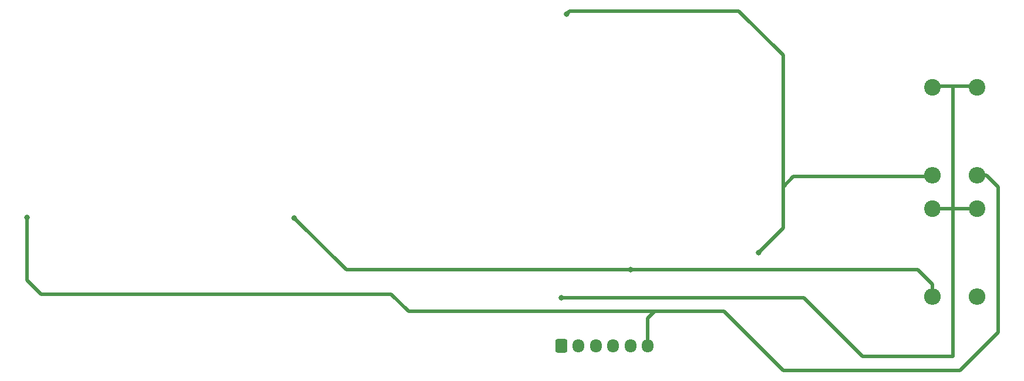
<source format=gbr>
%TF.GenerationSoftware,KiCad,Pcbnew,(6.0.4)*%
%TF.CreationDate,2022-08-01T12:40:21+02:00*%
%TF.ProjectId,MHS_Mobile_Hardware_Sampler_V3,4d48535f-4d6f-4626-996c-655f48617264,rev?*%
%TF.SameCoordinates,Original*%
%TF.FileFunction,Copper,L2,Bot*%
%TF.FilePolarity,Positive*%
%FSLAX46Y46*%
G04 Gerber Fmt 4.6, Leading zero omitted, Abs format (unit mm)*
G04 Created by KiCad (PCBNEW (6.0.4)) date 2022-08-01 12:40:21*
%MOMM*%
%LPD*%
G01*
G04 APERTURE LIST*
G04 Aperture macros list*
%AMRoundRect*
0 Rectangle with rounded corners*
0 $1 Rounding radius*
0 $2 $3 $4 $5 $6 $7 $8 $9 X,Y pos of 4 corners*
0 Add a 4 corners polygon primitive as box body*
4,1,4,$2,$3,$4,$5,$6,$7,$8,$9,$2,$3,0*
0 Add four circle primitives for the rounded corners*
1,1,$1+$1,$2,$3*
1,1,$1+$1,$4,$5*
1,1,$1+$1,$6,$7*
1,1,$1+$1,$8,$9*
0 Add four rect primitives between the rounded corners*
20,1,$1+$1,$2,$3,$4,$5,0*
20,1,$1+$1,$4,$5,$6,$7,0*
20,1,$1+$1,$6,$7,$8,$9,0*
20,1,$1+$1,$8,$9,$2,$3,0*%
G04 Aperture macros list end*
%TA.AperFunction,ComponentPad*%
%ADD10C,2.400000*%
%TD*%
%TA.AperFunction,ComponentPad*%
%ADD11O,2.400000X2.400000*%
%TD*%
%TA.AperFunction,ComponentPad*%
%ADD12RoundRect,0.250000X-0.600000X-0.725000X0.600000X-0.725000X0.600000X0.725000X-0.600000X0.725000X0*%
%TD*%
%TA.AperFunction,ComponentPad*%
%ADD13O,1.700000X1.950000*%
%TD*%
%TA.AperFunction,ViaPad*%
%ADD14C,0.800000*%
%TD*%
%TA.AperFunction,Conductor*%
%ADD15C,0.500000*%
%TD*%
G04 APERTURE END LIST*
D10*
%TO.P,R4,1*%
%TO.N,Net-(J?3=FSR4;6=FSR1-Pad1)*%
X210500000Y-136150000D03*
D11*
%TO.P,R4,2*%
%TO.N,Net-(H14-Pad1)*%
X210500000Y-148850000D03*
%TD*%
D10*
%TO.P,R1,1*%
%TO.N,Net-(J?3=FSR4;6=FSR1-Pad1)*%
X204000000Y-118650000D03*
D11*
%TO.P,R1,2*%
%TO.N,Net-(H13-Pad1)*%
X204000000Y-131350000D03*
%TD*%
D12*
%TO.P,J?3=FSR4;6=FSR1,1,1*%
%TO.N,Net-(J?3=FSR4;6=FSR1-Pad1)*%
X150500000Y-156000000D03*
D13*
%TO.P,J?3=FSR4;6=FSR1,2,2*%
%TO.N,Net-(H5V1-Pad1)*%
X153000000Y-156000000D03*
%TO.P,J?3=FSR4;6=FSR1,3,3*%
%TO.N,Net-(H14-Pad1)*%
X155500000Y-156000000D03*
%TO.P,J?3=FSR4;6=FSR1,4,4*%
%TO.N,Net-(H13-Pad1)*%
X158000000Y-156000000D03*
%TO.P,J?3=FSR4;6=FSR1,5,5*%
%TO.N,Net-(H12-Pad1)*%
X160500000Y-156000000D03*
%TO.P,J?3=FSR4;6=FSR1,6,6*%
%TO.N,Net-(H11-Pad1)*%
X163000000Y-156000000D03*
%TD*%
D10*
%TO.P,R3,1*%
%TO.N,Net-(J?3=FSR4;6=FSR1-Pad1)*%
X204000000Y-136150000D03*
D11*
%TO.P,R3,2*%
%TO.N,Net-(H12-Pad1)*%
X204000000Y-148850000D03*
%TD*%
D10*
%TO.P,R2,1*%
%TO.N,Net-(J?3=FSR4;6=FSR1-Pad1)*%
X210500000Y-118650000D03*
D11*
%TO.P,R2,2*%
%TO.N,Net-(H11-Pad1)*%
X210500000Y-131350000D03*
%TD*%
D14*
%TO.N,Net-(J?3=FSR4;6=FSR1-Pad1)*%
X150500000Y-149000000D03*
%TO.N,Net-(H11-Pad1)*%
X73500000Y-137400000D03*
%TO.N,Net-(H12-Pad1)*%
X160500000Y-145000000D03*
X112000000Y-137500000D03*
%TO.N,Net-(H13-Pad1)*%
X151250000Y-108100000D03*
X179000000Y-142500000D03*
%TD*%
D15*
%TO.N,Net-(J?3=FSR4;6=FSR1-Pad1)*%
X207000000Y-136000000D02*
X206850000Y-136150000D01*
X206850000Y-136150000D02*
X204000000Y-136150000D01*
X207000000Y-118500000D02*
X210490000Y-118500000D01*
X206850000Y-136150000D02*
X210500000Y-136150000D01*
X207000000Y-157500000D02*
X194000000Y-157500000D01*
X203990000Y-118500000D02*
X207000000Y-118500000D01*
X207000000Y-136000000D02*
X207000000Y-157500000D01*
X185500000Y-149000000D02*
X150500000Y-149000000D01*
X194000000Y-157500000D02*
X185500000Y-149000000D01*
X207000000Y-118500000D02*
X207000000Y-136000000D01*
%TO.N,Net-(H11-Pad1)*%
X213500000Y-154000000D02*
X213500000Y-133000000D01*
X75500000Y-148500000D02*
X73500000Y-146500000D01*
X73500000Y-146500000D02*
X73500000Y-137400000D01*
X182500000Y-159500000D02*
X208000000Y-159500000D01*
X163000000Y-152000000D02*
X163000000Y-156000000D01*
X174000000Y-151000000D02*
X182500000Y-159500000D01*
X211850000Y-131350000D02*
X210500000Y-131350000D01*
X208000000Y-159500000D02*
X213500000Y-154000000D01*
X163000000Y-151000000D02*
X164000000Y-151000000D01*
X163000000Y-151000000D02*
X174000000Y-151000000D01*
X163000000Y-151000000D02*
X128500000Y-151000000D01*
X213500000Y-133000000D02*
X211850000Y-131350000D01*
X128500000Y-151000000D02*
X126000000Y-148500000D01*
X126000000Y-148500000D02*
X75500000Y-148500000D01*
X164000000Y-151000000D02*
X163000000Y-152000000D01*
%TO.N,Net-(H12-Pad1)*%
X201890000Y-145000000D02*
X204000000Y-147110000D01*
X119500000Y-145000000D02*
X160500000Y-145000000D01*
X204000000Y-147110000D02*
X204000000Y-148850000D01*
X112000000Y-137500000D02*
X119500000Y-145000000D01*
X160500000Y-145000000D02*
X201890000Y-145000000D01*
%TO.N,Net-(H13-Pad1)*%
X176100000Y-107600000D02*
X151750000Y-107600000D01*
X182500000Y-133000000D02*
X184000000Y-131500000D01*
X203850000Y-131500000D02*
X204000000Y-131350000D01*
X182500000Y-133000000D02*
X182500000Y-114000000D01*
X182500000Y-114000000D02*
X176100000Y-107600000D01*
X182500000Y-133000000D02*
X182500000Y-139000000D01*
X182500000Y-139000000D02*
X179000000Y-142500000D01*
X151750000Y-107600000D02*
X151250000Y-108100000D01*
X184000000Y-131500000D02*
X203850000Y-131500000D01*
%TD*%
M02*

</source>
